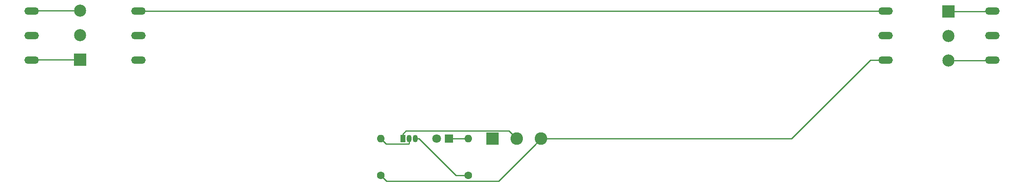
<source format=gbr>
G04 #@! TF.GenerationSoftware,KiCad,Pcbnew,(5.1.5-0-10_14)*
G04 #@! TF.CreationDate,2020-05-14T18:36:20+02:00*
G04 #@! TF.ProjectId,endstop,656e6473-746f-4702-9e6b-696361645f70,rev?*
G04 #@! TF.SameCoordinates,Original*
G04 #@! TF.FileFunction,Copper,L1,Top*
G04 #@! TF.FilePolarity,Positive*
%FSLAX46Y46*%
G04 Gerber Fmt 4.6, Leading zero omitted, Abs format (unit mm)*
G04 Created by KiCad (PCBNEW (5.1.5-0-10_14)) date 2020-05-14 18:36:20*
%MOMM*%
%LPD*%
G04 APERTURE LIST*
%ADD10O,1.600000X1.600000*%
%ADD11C,1.600000*%
%ADD12R,1.050000X1.500000*%
%ADD13O,1.050000X1.500000*%
%ADD14C,2.500000*%
%ADD15R,2.500000X2.500000*%
%ADD16O,3.000000X1.500000*%
%ADD17R,1.800000X1.800000*%
%ADD18C,1.800000*%
%ADD19R,2.600000X2.600000*%
%ADD20C,2.600000*%
%ADD21C,0.250000*%
G04 APERTURE END LIST*
D10*
X125000000Y-72390000D03*
D11*
X125000000Y-80010000D03*
D10*
X143000000Y-72390000D03*
D11*
X143000000Y-80010000D03*
D12*
X129540000Y-72390000D03*
D13*
X132080000Y-72390000D03*
X130810000Y-72390000D03*
D14*
X63000000Y-45840000D03*
X63000000Y-50920000D03*
D15*
X63000000Y-56000000D03*
D14*
X242000000Y-56160000D03*
X242000000Y-51080000D03*
D15*
X242000000Y-46000000D03*
D16*
X229000000Y-56080000D03*
X229000000Y-51000000D03*
X229000000Y-45920000D03*
X53000000Y-45920000D03*
X53000000Y-51000000D03*
X53000000Y-56080000D03*
X251000000Y-56080000D03*
X251000000Y-51000000D03*
X251000000Y-45920000D03*
X75000000Y-56080000D03*
X75000000Y-51000000D03*
X75000000Y-45920000D03*
D17*
X139000000Y-72390000D03*
D18*
X136460000Y-72390000D03*
D19*
X148000000Y-72390000D03*
D20*
X153000000Y-72390000D03*
X158000000Y-72390000D03*
D21*
X130165001Y-70764999D02*
X129540000Y-71390000D01*
X153000000Y-72390000D02*
X151374999Y-70764999D01*
X129540000Y-71390000D02*
X129540000Y-72390000D01*
X151374999Y-70764999D02*
X130165001Y-70764999D01*
X229000000Y-45920000D02*
X75000000Y-45920000D01*
X143000000Y-72390000D02*
X139000000Y-72390000D01*
X229000000Y-56080000D02*
X225920000Y-56080000D01*
X209610000Y-72390000D02*
X158000000Y-72390000D01*
X225920000Y-56080000D02*
X209610000Y-72390000D01*
X156700001Y-73689999D02*
X158000000Y-72390000D01*
X126125001Y-81135001D02*
X149254999Y-81135001D01*
X149254999Y-81135001D02*
X156700001Y-73689999D01*
X125000000Y-80010000D02*
X126125001Y-81135001D01*
X130810000Y-73390000D02*
X130810000Y-72390000D01*
X130734999Y-73465001D02*
X130810000Y-73390000D01*
X126075001Y-73465001D02*
X130734999Y-73465001D01*
X125000000Y-72390000D02*
X126075001Y-73465001D01*
X250920000Y-46000000D02*
X251000000Y-45920000D01*
X242000000Y-46000000D02*
X250920000Y-46000000D01*
X250920000Y-56160000D02*
X251000000Y-56080000D01*
X242000000Y-56160000D02*
X250920000Y-56160000D01*
X53080000Y-45840000D02*
X53000000Y-45920000D01*
X63000000Y-45840000D02*
X53080000Y-45840000D01*
X53080000Y-56000000D02*
X53000000Y-56080000D01*
X63000000Y-56000000D02*
X53080000Y-56000000D01*
X141868630Y-80010000D02*
X143000000Y-80010000D01*
X132855000Y-72390000D02*
X140475000Y-80010000D01*
X140475000Y-80010000D02*
X141868630Y-80010000D01*
X132080000Y-72390000D02*
X132855000Y-72390000D01*
M02*

</source>
